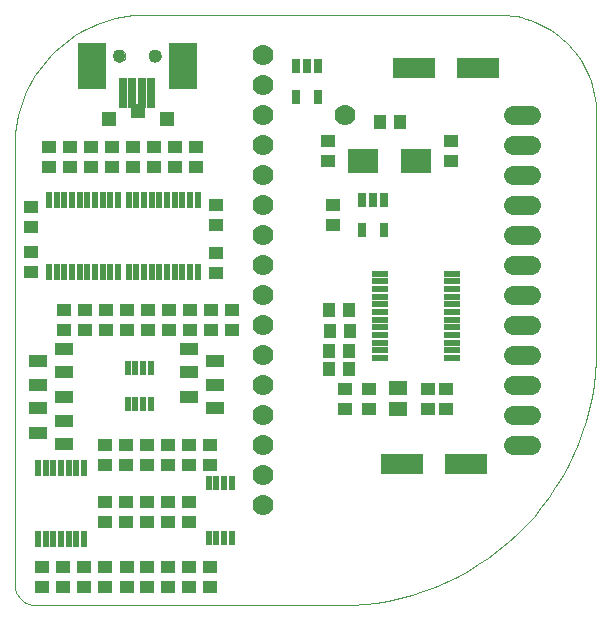
<source format=gts>
G75*
G70*
%OFA0B0*%
%FSLAX24Y24*%
%IPPOS*%
%LPD*%
%AMOC8*
5,1,8,0,0,1.08239X$1,22.5*
%
%ADD10C,0.0000*%
%ADD11R,0.0473X0.0434*%
%ADD12R,0.1418X0.0670*%
%ADD13R,0.0276X0.0512*%
%ADD14R,0.0434X0.0473*%
%ADD15R,0.0571X0.0197*%
%ADD16R,0.0631X0.0473*%
%ADD17R,0.0985X0.0788*%
%ADD18R,0.0591X0.0434*%
%ADD19R,0.0190X0.0540*%
%ADD20R,0.0197X0.0473*%
%ADD21C,0.0434*%
%ADD22R,0.0946X0.1536*%
%ADD23R,0.0257X0.1024*%
%ADD24R,0.0197X0.0512*%
%ADD25R,0.0473X0.0473*%
%ADD26R,0.0197X0.0571*%
%ADD27C,0.0640*%
%ADD28C,0.0700*%
D10*
X000544Y001058D02*
X000544Y015662D01*
X003840Y018664D02*
X003842Y018691D01*
X003848Y018718D01*
X003857Y018744D01*
X003870Y018768D01*
X003886Y018791D01*
X003905Y018810D01*
X003927Y018827D01*
X003951Y018841D01*
X003976Y018851D01*
X004003Y018858D01*
X004030Y018861D01*
X004058Y018860D01*
X004085Y018855D01*
X004111Y018847D01*
X004135Y018835D01*
X004158Y018819D01*
X004179Y018801D01*
X004196Y018780D01*
X004211Y018756D01*
X004222Y018731D01*
X004230Y018705D01*
X004234Y018678D01*
X004234Y018650D01*
X004230Y018623D01*
X004222Y018597D01*
X004211Y018572D01*
X004196Y018548D01*
X004179Y018527D01*
X004158Y018509D01*
X004136Y018493D01*
X004111Y018481D01*
X004085Y018473D01*
X004058Y018468D01*
X004030Y018467D01*
X004003Y018470D01*
X003976Y018477D01*
X003951Y018487D01*
X003927Y018501D01*
X003905Y018518D01*
X003886Y018537D01*
X003870Y018560D01*
X003857Y018584D01*
X003848Y018610D01*
X003842Y018637D01*
X003840Y018664D01*
X005021Y018664D02*
X005023Y018691D01*
X005029Y018718D01*
X005038Y018744D01*
X005051Y018768D01*
X005067Y018791D01*
X005086Y018810D01*
X005108Y018827D01*
X005132Y018841D01*
X005157Y018851D01*
X005184Y018858D01*
X005211Y018861D01*
X005239Y018860D01*
X005266Y018855D01*
X005292Y018847D01*
X005316Y018835D01*
X005339Y018819D01*
X005360Y018801D01*
X005377Y018780D01*
X005392Y018756D01*
X005403Y018731D01*
X005411Y018705D01*
X005415Y018678D01*
X005415Y018650D01*
X005411Y018623D01*
X005403Y018597D01*
X005392Y018572D01*
X005377Y018548D01*
X005360Y018527D01*
X005339Y018509D01*
X005317Y018493D01*
X005292Y018481D01*
X005266Y018473D01*
X005239Y018468D01*
X005211Y018467D01*
X005184Y018470D01*
X005157Y018477D01*
X005132Y018487D01*
X005108Y018501D01*
X005086Y018518D01*
X005067Y018537D01*
X005051Y018560D01*
X005038Y018584D01*
X005029Y018610D01*
X005023Y018637D01*
X005021Y018664D01*
X004915Y020033D02*
X016662Y020033D01*
X016818Y020029D01*
X016973Y020018D01*
X017128Y020000D01*
X017281Y019974D01*
X017433Y019941D01*
X017584Y019900D01*
X017732Y019853D01*
X017878Y019799D01*
X018021Y019737D01*
X018161Y019669D01*
X018298Y019595D01*
X018431Y019514D01*
X018560Y019426D01*
X018685Y019333D01*
X018805Y019234D01*
X018920Y019129D01*
X019030Y019019D01*
X019135Y018904D01*
X019234Y018784D01*
X019327Y018659D01*
X019415Y018530D01*
X019496Y018397D01*
X019570Y018260D01*
X019638Y018120D01*
X019700Y017977D01*
X019754Y017831D01*
X019801Y017683D01*
X019842Y017532D01*
X019875Y017380D01*
X019901Y017227D01*
X019919Y017072D01*
X019930Y016917D01*
X019934Y016761D01*
X019934Y008909D01*
X019924Y008502D01*
X019895Y008095D01*
X019847Y007691D01*
X019779Y007289D01*
X019693Y006891D01*
X019587Y006497D01*
X019463Y006109D01*
X019321Y005727D01*
X019160Y005353D01*
X018982Y004986D01*
X018787Y004629D01*
X018575Y004281D01*
X018347Y003943D01*
X018102Y003617D01*
X017843Y003303D01*
X017569Y003001D01*
X017281Y002713D01*
X016979Y002439D01*
X016665Y002180D01*
X016339Y001935D01*
X016001Y001707D01*
X015654Y001495D01*
X015296Y001300D01*
X014929Y001122D01*
X014555Y000961D01*
X014173Y000819D01*
X013785Y000695D01*
X013391Y000589D01*
X012993Y000503D01*
X012591Y000435D01*
X012187Y000387D01*
X011780Y000358D01*
X011373Y000348D01*
X001254Y000348D01*
X001203Y000350D01*
X001153Y000355D01*
X001103Y000364D01*
X001054Y000377D01*
X001006Y000393D01*
X000959Y000412D01*
X000914Y000435D01*
X000870Y000461D01*
X000829Y000490D01*
X000789Y000521D01*
X000752Y000556D01*
X000717Y000593D01*
X000686Y000633D01*
X000657Y000674D01*
X000631Y000718D01*
X000608Y000763D01*
X000589Y000810D01*
X000573Y000858D01*
X000560Y000907D01*
X000551Y000957D01*
X000546Y001007D01*
X000544Y001058D01*
X000544Y015662D02*
X000549Y015870D01*
X000564Y016077D01*
X000588Y016284D01*
X000623Y016489D01*
X000667Y016693D01*
X000721Y016893D01*
X000784Y017092D01*
X000857Y017287D01*
X000939Y017478D01*
X001030Y017665D01*
X001130Y017848D01*
X001238Y018025D01*
X001354Y018197D01*
X001479Y018364D01*
X001612Y018524D01*
X001752Y018678D01*
X001899Y018825D01*
X002053Y018965D01*
X002213Y019098D01*
X002380Y019223D01*
X002552Y019339D01*
X002729Y019447D01*
X002912Y019547D01*
X003099Y019638D01*
X003290Y019720D01*
X003485Y019793D01*
X003684Y019856D01*
X003884Y019910D01*
X004088Y019954D01*
X004293Y019989D01*
X004500Y020013D01*
X004707Y020028D01*
X004915Y020033D01*
D11*
X005194Y015636D03*
X005894Y015636D03*
X005894Y014967D03*
X005194Y014967D03*
X004494Y014967D03*
X003794Y014967D03*
X003094Y014967D03*
X003094Y015636D03*
X003794Y015636D03*
X004494Y015636D03*
X002394Y015636D03*
X001694Y015636D03*
X001694Y014967D03*
X002394Y014967D03*
X001094Y013636D03*
X001094Y012967D03*
X001094Y012136D03*
X001094Y011467D03*
X002194Y010186D03*
X002194Y009517D03*
X002894Y009517D03*
X002894Y010186D03*
X003594Y010186D03*
X003594Y009517D03*
X004294Y009517D03*
X004294Y010186D03*
X004994Y010186D03*
X004994Y009517D03*
X005694Y009517D03*
X005694Y010186D03*
X006394Y010186D03*
X006394Y009517D03*
X007094Y009517D03*
X007094Y010186D03*
X007794Y010186D03*
X007794Y009517D03*
X007244Y011417D03*
X007244Y012086D03*
X007244Y013017D03*
X007244Y013686D03*
X006594Y014967D03*
X006594Y015636D03*
X010994Y015836D03*
X010994Y015167D03*
X011144Y013686D03*
X011144Y013017D03*
X015094Y015167D03*
X015094Y015836D03*
X014914Y007572D03*
X014324Y007572D03*
X014324Y006903D03*
X014914Y006903D03*
X012355Y006903D03*
X012355Y007572D03*
X011568Y007572D03*
X011568Y006903D03*
X007044Y005686D03*
X007044Y005017D03*
X006344Y005017D03*
X006344Y005686D03*
X005644Y005686D03*
X005644Y005017D03*
X004944Y005017D03*
X004944Y005686D03*
X004244Y005686D03*
X004244Y005017D03*
X003544Y005017D03*
X003544Y005686D03*
X003544Y003786D03*
X004244Y003786D03*
X004244Y003117D03*
X003544Y003117D03*
X004944Y003117D03*
X005644Y003117D03*
X006344Y003117D03*
X006344Y003786D03*
X005644Y003786D03*
X004944Y003786D03*
X004944Y001636D03*
X004944Y000967D03*
X005644Y000967D03*
X005644Y001636D03*
X006344Y001636D03*
X006344Y000967D03*
X007044Y000967D03*
X007044Y001636D03*
X004294Y001636D03*
X004294Y000967D03*
X003544Y000967D03*
X003544Y001636D03*
X002844Y001636D03*
X002844Y000967D03*
X002144Y000967D03*
X002144Y001636D03*
X001444Y001636D03*
X001444Y000967D03*
D12*
X013458Y005072D03*
X015584Y005072D03*
X015977Y018261D03*
X013851Y018261D03*
D13*
X010668Y018313D03*
X010294Y018313D03*
X009920Y018313D03*
X009920Y017289D03*
X010668Y017289D03*
X012120Y013863D03*
X012494Y013863D03*
X012868Y013863D03*
X012868Y012839D03*
X012120Y012839D03*
D14*
X011706Y010191D03*
X011036Y010191D03*
X011060Y009489D03*
X011729Y009489D03*
X011706Y008813D03*
X011706Y008222D03*
X011036Y008222D03*
X011036Y008813D03*
X012710Y016448D03*
X013379Y016448D03*
D15*
X012729Y011401D03*
X012729Y011145D03*
X012729Y010889D03*
X012729Y010633D03*
X012729Y010378D03*
X012729Y010122D03*
X012729Y009866D03*
X012729Y009610D03*
X012729Y009354D03*
X012729Y009098D03*
X012729Y008842D03*
X012729Y008586D03*
X015131Y008586D03*
X015131Y008842D03*
X015131Y009098D03*
X015131Y009354D03*
X015131Y009610D03*
X015131Y009866D03*
X015131Y010122D03*
X015131Y010378D03*
X015131Y010633D03*
X015131Y010889D03*
X015131Y011145D03*
X015131Y011401D03*
D16*
X013340Y007592D03*
X013340Y006883D03*
D17*
X013930Y015151D03*
X012158Y015151D03*
D18*
X006361Y008875D03*
X006361Y008127D03*
X006361Y007301D03*
X007227Y006927D03*
X007227Y007675D03*
X007227Y008501D03*
X002177Y008127D03*
X002177Y008875D03*
X001311Y008501D03*
X001311Y007675D03*
X001311Y006927D03*
X001311Y006101D03*
X002177Y005727D03*
X002177Y006475D03*
X002177Y007301D03*
D19*
X002094Y004932D03*
X002350Y004932D03*
X002606Y004932D03*
X002862Y004932D03*
X001838Y004932D03*
X001582Y004932D03*
X001327Y004932D03*
X001327Y002570D03*
X001582Y002570D03*
X001838Y002570D03*
X002094Y002570D03*
X002350Y002570D03*
X002606Y002570D03*
X002862Y002570D03*
D20*
X007010Y002576D03*
X007266Y002576D03*
X007522Y002576D03*
X007778Y002576D03*
X007778Y004426D03*
X007522Y004426D03*
X007266Y004426D03*
X007010Y004426D03*
D21*
X005218Y018664D03*
X004037Y018664D03*
D22*
X003112Y018330D03*
X006143Y018330D03*
D23*
X005100Y017424D03*
X004785Y017424D03*
X004470Y017424D03*
X004155Y017424D03*
D24*
X004310Y008242D03*
X004566Y008242D03*
X004822Y008242D03*
X005078Y008242D03*
X005078Y007061D03*
X004822Y007061D03*
X004566Y007061D03*
X004310Y007061D03*
D25*
X003701Y016569D03*
X004643Y016831D03*
X005635Y016569D03*
D26*
X005622Y013852D03*
X005366Y013852D03*
X005110Y013852D03*
X004854Y013852D03*
X004599Y013852D03*
X004343Y013852D03*
X003996Y013852D03*
X003740Y013852D03*
X003484Y013852D03*
X003228Y013852D03*
X002972Y013852D03*
X002716Y013852D03*
X002460Y013852D03*
X002204Y013852D03*
X001949Y013852D03*
X001693Y013852D03*
X001693Y011450D03*
X001949Y011450D03*
X002204Y011450D03*
X002460Y011450D03*
X002716Y011450D03*
X002972Y011450D03*
X003228Y011450D03*
X003484Y011450D03*
X003740Y011450D03*
X003996Y011450D03*
X004343Y011450D03*
X004599Y011450D03*
X004854Y011450D03*
X005110Y011450D03*
X005366Y011450D03*
X005622Y011450D03*
X005878Y011450D03*
X006134Y011450D03*
X006390Y011450D03*
X006646Y011450D03*
X006646Y013852D03*
X006390Y013852D03*
X006134Y013852D03*
X005878Y013852D03*
D27*
X017173Y013675D02*
X017773Y013675D01*
X017773Y014675D02*
X017173Y014675D01*
X017173Y015675D02*
X017773Y015675D01*
X017773Y016675D02*
X017173Y016675D01*
X017173Y012675D02*
X017773Y012675D01*
X017773Y011675D02*
X017173Y011675D01*
X017173Y010675D02*
X017773Y010675D01*
X017773Y009675D02*
X017173Y009675D01*
X017173Y008675D02*
X017773Y008675D01*
X017773Y007675D02*
X017173Y007675D01*
X017173Y006675D02*
X017773Y006675D01*
X017773Y005675D02*
X017173Y005675D01*
D28*
X008812Y005675D03*
X008812Y006675D03*
X008812Y007675D03*
X008812Y008675D03*
X008812Y009675D03*
X008812Y010675D03*
X008812Y011675D03*
X008812Y012675D03*
X008812Y013675D03*
X008812Y014675D03*
X008812Y015675D03*
X008812Y016675D03*
X008812Y017675D03*
X008812Y018675D03*
X011568Y016687D03*
X008812Y004675D03*
X008812Y003675D03*
M02*

</source>
